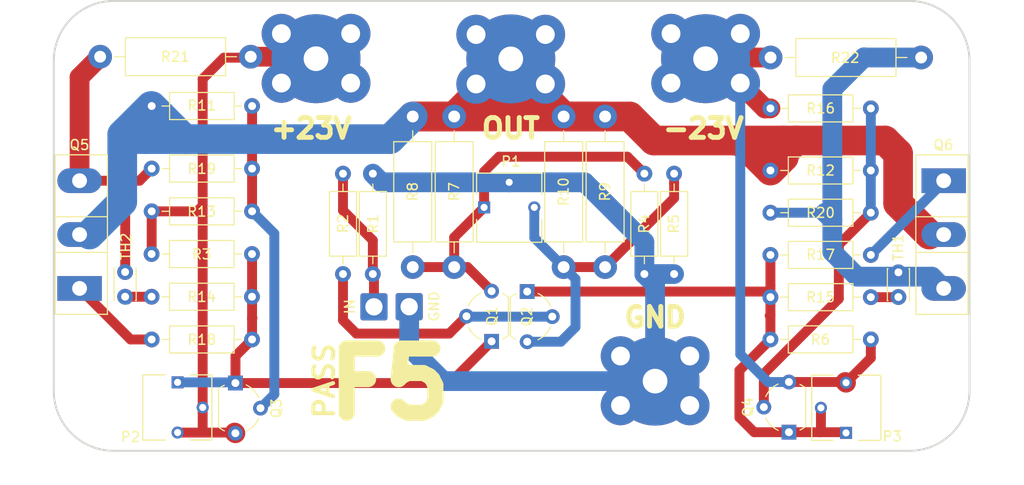
<source format=kicad_pcb>
(kicad_pcb (version 20211014) (generator pcbnew)
  (layers (0 "F.Cu" signal) (31 "B.Cu" signal) (34 "B.Paste" user) (35 "F.Paste" user) (36 "B.SilkS" user "B.Silkscreen") (37 "F.SilkS" user "F.Silkscreen") (38 "B.Mask" user) (39 "F.Mask" user) (44 "Edge.Cuts" user))
  (net 0 "")
  (net 1 "/+23V")
  (net 2 "/-23V")
  (net 3 "/SPKOUT")
  (net 4 "Net-(J4-Pad1)")
  (net 5 "GND")
  (net 6 "Net-(P1-Pad1)")
  (net 7 "Net-(P1-Pad3)")
  (net 8 "Net-(P2-Pad1)")
  (net 9 "Net-(P3-Pad1)")
  (net 10 "/INPUT")
  (net 11 "Net-(Q3-Pad2)")
  (net 12 "Net-(Q4-Pad2)")
  (net 13 "Net-(Q5-Pad1)")
  (net 14 "/Q5_3")
  (net 15 "Net-(Q6-Pad1)")
  (net 16 "/Q6_3")
  (net 17 "Net-(R14-Pad1)")
  (net 18 "Net-(R15-Pad1)")
  (footprint "Custom Library:M4_Screw_Terminal" (layer "F.Cu") (at 127.9348 89.0011)
    (fp_text reference "J5" hide)
    (fp_text value "GND" (at 3.5052 -3.9211 180) (layer "F.SilkS") (effects (font (size 2 2) (thickness 0.5))))
    (pad "1" thru_hole circle locked (at 3.5 2.54) (size 9 9) (drill 2.5) (layers *.Cu *.Mask) (net 5 "GND"))
    (pad "1" thru_hole circle locked (at 7.0104 0) (size 4 4) (drill 1.905) (layers *.Cu *.Mask) (net 5 "GND"))
    (pad "1" thru_hole circle locked (at 0 0) (size 4 4) (drill 1.905) (layers *.Cu *.Mask) (net 5 "GND"))
    (pad "1" thru_hole circle locked (at 7.0104 5.0038) (size 4 4) (drill 1.905) (layers *.Cu *.Mask) (net 5 "GND"))
    (pad "1" thru_hole circle locked (at 0 5.0038) (size 4 4) (drill 1.905) (layers *.Cu *.Mask) (net 5 "GND"))
  )
  (footprint "Custom Library:M4_Screw_Terminal" (layer "F.Cu") (at 93.617931 56.3711)
    (fp_text reference "J1" hide)
    (fp_text value "+23V" (at 3.029515 9.598911) (layer "F.SilkS") (effects (font (size 2 2) (thickness 0.5))))
    (pad "1" thru_hole circle (at 3.5 2.54) (size 9 9) (drill 2.5) (layers *.Cu *.Mask) (net 1 "/+23V"))
    (pad "1" thru_hole circle (at 7.0104 5.0038) (size 4 4) (drill 1.905) (layers *.Cu *.Mask) (net 1 "/+23V"))
    (pad "1" thru_hole circle (at 0 5.0038) (size 4 4) (drill 1.905) (layers *.Cu *.Mask) (net 1 "/+23V"))
    (pad "1" thru_hole circle (at 0 0) (size 4 4) (drill 1.905) (layers *.Cu *.Mask) (net 1 "/+23V"))
    (pad "1" thru_hole circle (at 7.0104 0) (size 4 4) (drill 1.905) (layers *.Cu *.Mask) (net 1 "/+23V"))
  )
  (footprint "Package_TO_SOT_THT:TO-92L_Wide" (layer "F.Cu") (at 144.98 96.71 90)
    (fp_text reference "Q4" (at 2.55 -4.15 90) (layer "F.SilkS"))
    (fp_text value "ZTX450")
    (pad "1" thru_hole rect locked (at 0 0 90) (size 1.5 1.5) (drill 0.8) (layers *.Cu *.Mask) (net 9 "Net-(P3-Pad1)"))
    (pad "2" thru_hole circle locked (at 2.54 -2.54 90) (size 1.5 1.5) (drill 0.8) (layers *.Cu *.Mask) (net 12 "Net-(Q4-Pad2)"))
    (pad "3" thru_hole circle locked (at 5.08 0 90) (size 1.5 1.5) (drill 0.8) (layers *.Cu *.Mask) (net 2 "/-23V"))
  )
  (footprint "MountingHole:MountingHole_2.2mm_M2" (layer "F.Cu") (at 74.62 94.37)
    (fp_text reference "REF**" hide)
    (fp_text value "MountingHole_2.2mm_M2")
    (pad "" np_thru_hole circle locked (at 0 0) (size 2.2 2.2) (drill 2.2) (layers *.Cu *.Mask))
  )
  (footprint "Resistor_THT:R_Axial_DIN0207_L6.3mm_D2.5mm_P10.16mm_Horizontal" (layer "F.Cu") (at 130.35 70.544167 -90)
    (fp_text reference "R4" (at 5.08 0.024765 90) (layer "F.SilkS"))
    (fp_text value "10")
    (pad "1" thru_hole circle locked (at 0 0 270) (size 1.6 1.6) (drill 0.8) (layers *.Cu *.Mask) (net 6 "Net-(P1-Pad1)"))
    (pad "2" thru_hole oval locked (at 10.16 0 270) (size 1.6 1.6) (drill 0.8) (layers *.Cu *.Mask) (net 5 "GND"))
  )
  (footprint "Connector_Wire:SolderWire-1sqmm_1x01_D1.4mm_OD2.7mm" (layer "F.Cu") (at 106.546816 84.008923)
    (fp_text reference "GND" (at 2.52081 -0.028923 90) (layer "F.SilkS"))
    (fp_text value "IN")
    (pad "1" thru_hole roundrect locked (at 0 0) (size 2.75 2.75) (drill 1.75) (layers *.Cu *.Mask) (roundrect_rratio 0.09090909091) (net 5 "GND"))
  )
  (footprint "Resistor_THT:R_Axial_DIN0207_L6.3mm_D2.5mm_P10.16mm_Horizontal" (layer "F.Cu") (at 90.64 78.677992 180)
    (fp_text reference "R3" (at 5.09 -0.034045) (layer "F.SilkS"))
    (fp_text value "2.21k")
    (pad "1" thru_hole circle locked (at 0 0 180) (size 1.6 1.6) (drill 0.8) (layers *.Cu *.Mask) (net 8 "Net-(P2-Pad1)"))
    (pad "2" thru_hole oval locked (at 10.16 0 180) (size 1.6 1.6) (drill 0.8) (layers *.Cu *.Mask) (net 1 "/+23V"))
  )
  (footprint "Resistor_THT:R_Axial_DIN0411_L9.9mm_D3.6mm_P15.24mm_Horizontal" (layer "F.Cu") (at 122.179752 64.76 -90)
    (fp_text reference "R10" (at 7.61 0.01 90) (layer "F.SilkS"))
    (fp_text value "100 3W")
    (pad "1" thru_hole circle locked (at 0 0 270) (size 2.4 2.4) (drill 1.2) (layers *.Cu *.Mask) (net 3 "/SPKOUT"))
    (pad "2" thru_hole oval locked (at 15.24 0 270) (size 2.4 2.4) (drill 1.2) (layers *.Cu *.Mask) (net 7 "Net-(P1-Pad3)"))
  )
  (footprint "Resistor_THT:R_Axial_DIN0207_L6.3mm_D2.5mm_P10.16mm_Horizontal" (layer "F.Cu") (at 102.87 80.704167 90)
    (fp_text reference "R1" (at 5.08 0.024997 90) (layer "F.SilkS"))
    (fp_text value "47.5k")
    (pad "1" thru_hole circle locked (at 0 0 90) (size 1.6 1.6) (drill 0.8) (layers *.Cu *.Mask) (net 4 "Net-(J4-Pad1)"))
    (pad "2" thru_hole oval locked (at 10.16 0 90) (size 1.6 1.6) (drill 0.8) (layers *.Cu *.Mask) (net 5 "GND"))
  )
  (footprint "Resistor_THT:R_Axial_DIN0411_L9.9mm_D3.6mm_P15.24mm_Horizontal" (layer "F.Cu") (at 90.513432 58.71 180)
    (fp_text reference "R21" (at 7.637833 -0.003466) (layer "F.SilkS"))
    (fp_text value ".47 3W")
    (pad "1" thru_hole circle locked (at 0 0 180) (size 2.4 2.4) (drill 1.2) (layers *.Cu *.Mask) (net 1 "/+23V"))
    (pad "2" thru_hole oval locked (at 15.24 0 180) (size 2.4 2.4) (drill 1.2) (layers *.Cu *.Mask) (net 14 "/Q5_3"))
  )
  (footprint "Capacitor_THT:C_Disc_D3.0mm_W2.0mm_P2.50mm" (layer "F.Cu") (at 156.06 83.03 90)
    (fp_text reference "TH1" (at 5.03 -0.02 90) (layer "F.SilkS"))
    (fp_text value "TH 4.7K")
    (pad "1" thru_hole circle locked (at 0 0 90) (size 1.6 1.6) (drill 0.8) (layers *.Cu *.Mask) (net 18 "Net-(R15-Pad1)"))
    (pad "2" thru_hole circle locked (at 2.5 0 90) (size 1.6 1.6) (drill 0.8) (layers *.Cu *.Mask) (net 16 "/Q6_3"))
  )
  (footprint "Resistor_THT:R_Axial_DIN0411_L9.9mm_D3.6mm_P15.24mm_Horizontal" (layer "F.Cu") (at 158.362097 58.79 180)
    (fp_text reference "R22" (at 7.69 -0.03) (layer "F.SilkS"))
    (fp_text value ".47 3W")
    (pad "1" thru_hole circle locked (at 0 0 180) (size 2.4 2.4) (drill 1.2) (layers *.Cu *.Mask) (net 16 "/Q6_3"))
    (pad "2" thru_hole oval locked (at 15.24 0 180) (size 2.4 2.4) (drill 1.2) (layers *.Cu *.Mask) (net 2 "/-23V"))
  )
  (footprint "Custom Library:TRIM_3362P-1-103" (layer "F.Cu") (at 116.67 73.96)
    (fp_text reference "P1" (at 0.17547 -4.64779) (layer "F.SilkS") (effects (font (size 1.002756 1.002756))))
    (fp_text value "200")
    (pad "1" thru_hole rect (at -2.54 0) (size 1.222 1.222) (drill 0.714) (layers *.Cu *.Mask) (net 6 "Net-(P1-Pad1)"))
    (pad "2" thru_hole circle (at 0 -2.54) (size 1.222 1.222) (drill 0.714) (layers *.Cu *.Mask) (net 5 "GND"))
    (pad "3" thru_hole circle (at 2.54 0) (size 1.222 1.222) (drill 0.714) (layers *.Cu *.Mask) (net 7 "Net-(P1-Pad3)"))
  )
  (footprint "Package_TO_SOT_THT:TO-92L_Wide" (layer "F.Cu") (at 118.49 82.475205 -90)
    (fp_text reference "Q2" (at 2.534795 0.02 90) (layer "F.SilkS"))
    (fp_text value "2SJ74")
    (pad "1" thru_hole rect locked (at 0 0 270) (size 1.5 1.5) (drill 0.8) (layers *.Cu *.Mask) (net 9 "Net-(P3-Pad1)"))
    (pad "2" thru_hole circle locked (at 2.54 -2.54 270) (size 1.5 1.5) (drill 0.8) (layers *.Cu *.Mask) (net 10 "/INPUT"))
    (pad "3" thru_hole circle locked (at 5.08 0 270) (size 1.5 1.5) (drill 0.8) (layers *.Cu *.Mask) (net 7 "Net-(P1-Pad3)"))
  )
  (footprint "Resistor_THT:R_Axial_DIN0207_L6.3mm_D2.5mm_P10.16mm_Horizontal" (layer "F.Cu") (at 153.27 63.94 180)
    (fp_text reference "R16" (at 5.08 0) (layer "F.SilkS"))
    (fp_text value "100")
    (pad "1" thru_hole circle locked (at 0 0 180) (size 1.6 1.6) (drill 0.8) (layers *.Cu *.Mask) (net 12 "Net-(Q4-Pad2)"))
    (pad "2" thru_hole oval locked (at 10.16 0 180) (size 1.6 1.6) (drill 0.8) (layers *.Cu *.Mask) (net 2 "/-23V"))
  )
  (footprint "Resistor_THT:R_Axial_DIN0207_L6.3mm_D2.5mm_P10.16mm_Horizontal" (layer "F.Cu") (at 133.36 80.704167 90)
    (fp_text reference "R5" (at 5.08 -0.03 90) (layer "F.SilkS"))
    (fp_text value "10")
    (pad "1" thru_hole circle locked (at 0 0 90) (size 1.6 1.6) (drill 0.8) (layers *.Cu *.Mask) (net 5 "GND"))
    (pad "2" thru_hole oval locked (at 10.16 0 90) (size 1.6 1.6) (drill 0.8) (layers *.Cu *.Mask) (net 7 "Net-(P1-Pad3)"))
  )
  (footprint "Package_TO_SOT_THT:TO-92L_Wide" (layer "F.Cu") (at 88.96 91.736439 -90)
    (fp_text reference "Q3" (at 2.55 -4.15 90) (layer "F.SilkS"))
    (fp_text value "ZTX550")
    (pad "1" thru_hole rect locked (at 0 0 270) (size 1.5 1.5) (drill 0.8) (layers *.Cu *.Mask) (net 8 "Net-(P2-Pad1)"))
    (pad "2" thru_hole circle locked (at 2.54 -2.54 270) (size 1.5 1.5) (drill 0.8) (layers *.Cu *.Mask) (net 11 "Net-(Q3-Pad2)"))
    (pad "3" thru_hole circle locked (at 5.08 0 270) (size 1.5 1.5) (drill 0.8) (layers *.Cu *.Mask) (net 1 "/+23V"))
  )
  (footprint "Resistor_THT:R_Axial_DIN0411_L9.9mm_D3.6mm_P15.24mm_Horizontal" (layer "F.Cu") (at 106.90782 64.76 -90)
    (fp_text reference "R8" (at 7.61 0.01 90) (layer "F.SilkS"))
    (fp_text value "100 3W")
    (pad "1" thru_hole circle locked (at 0 0 270) (size 2.4 2.4) (drill 1.2) (layers *.Cu *.Mask) (net 3 "/SPKOUT"))
    (pad "2" thru_hole oval locked (at 15.24 0 270) (size 2.4 2.4) (drill 1.2) (layers *.Cu *.Mask) (net 6 "Net-(P1-Pad1)"))
  )
  (footprint "Resistor_THT:R_Axial_DIN0207_L6.3mm_D2.5mm_P10.16mm_Horizontal" (layer "F.Cu") (at 80.48 83.001463)
    (fp_text reference "R14" (at 5.07 0.014025) (layer "F.SilkS"))
    (fp_text value "2.2k")
    (pad "1" thru_hole circle locked (at 0 0) (size 1.6 1.6) (drill 0.8) (layers *.Cu *.Mask) (net 17 "Net-(R14-Pad1)"))
    (pad "2" thru_hole oval locked (at 10.16 0) (size 1.6 1.6) (drill 0.8) (layers *.Cu *.Mask) (net 8 "Net-(P2-Pad1)"))
  )
  (footprint "Resistor_THT:R_Axial_DIN0207_L6.3mm_D2.5mm_P10.16mm_Horizontal" (layer "F.Cu") (at 99.85 80.704167 90)
    (fp_text reference "R2" (at 5.11 0.003196 90) (layer "F.SilkS"))
    (fp_text value "4.75K")
    (pad "1" thru_hole circle locked (at 0 0 90) (size 1.6 1.6) (drill 0.8) (layers *.Cu *.Mask) (net 10 "/INPUT"))
    (pad "2" thru_hole oval locked (at 10.16 0 90) (size 1.6 1.6) (drill 0.8) (layers *.Cu *.Mask) (net 4 "Net-(J4-Pad1)"))
  )
  (footprint "Custom Library:TRIM_3362P-1-103" (layer "F.Cu") (at 83.11 94.206439 -90)
    (fp_text reference "P2" (at 2.983561 4.76) (layer "F.SilkS") (effects (font (size 1.002756 1.002756))))
    (fp_text value "5K")
    (pad "1" thru_hole rect locked (at -2.54 0 270) (size 1.222 1.222) (drill 0.714) (layers *.Cu *.Mask) (net 8 "Net-(P2-Pad1)"))
    (pad "2" thru_hole circle locked (at 0 -2.54 270) (size 1.222 1.222) (drill 0.714) (layers *.Cu *.Mask) (net 1 "/+23V"))
    (pad "3" thru_hole circle locked (at 2.54 0 270) (size 1.222 1.222) (drill 0.714) (layers *.Cu *.Mask) (net 1 "/+23V"))
  )
  (footprint "Package_TO_SOT_THT:TO-247-3_Vertical" (layer "F.Cu") (at 160.642908 71.259143 -90)
    (fp_text reference "Q6" (at -3.619143 0.022908 180) (layer "F.SilkS"))
    (fp_text value "IRFP240")
    (pad "1" thru_hole rect locked (at 0 0 270) (size 2.5 4.5) (drill 1.5) (layers *.Cu *.Mask) (net 15 "Net-(Q6-Pad1)"))
    (pad "2" thru_hole oval locked (at 5.45 0 270) (size 2.5 4.5) (drill 1.5) (layers *.Cu *.Mask) (net 3 "/SPKOUT"))
    (pad "3" thru_hole oval locked (at 10.9 0 270) (size 2.5 4.5) (drill 1.5) (layers *.Cu *.Mask) (net 16 "/Q6_3"))
  )
  (footprint "Package_TO_SOT_THT:TO-247-3_Vertical" (layer "F.Cu") (at 73.19 82.159143 90)
    (fp_text reference "Q5" (at 14.519143 -0.01 180) (layer "F.SilkS"))
    (fp_text value "IRFP9240")
    (pad "1" thru_hole rect locked (at 0 0 90) (size 2.5 4.5) (drill 1.5) (layers *.Cu *.Mask) (net 13 "Net-(Q5-Pad1)"))
    (pad "2" thru_hole oval locked (at 5.45 0 90) (size 2.5 4.5) (drill 1.5) (layers *.Cu *.Mask) (net 3 "/SPKOUT"))
    (pad "3" thru_hole oval locked (at 10.9 0 90) (size 2.5 4.5) (drill 1.5) (layers *.Cu *.Mask) (net 14 "/Q5_3"))
  )
  (footprint "Connector_Wire:SolderWire-1sqmm_1x01_D1.4mm_OD2.7mm" (layer "F.Cu") (at 102.984332 84.022966)
    (fp_text reference "IN" (at -2.44667 -0.022966 270) (layer "F.SilkS"))
    (fp_text value "IN")
    (pad "1" thru_hole roundrect locked (at 0 0) (size 2.75 2.75) (drill 1.75) (layers *.Cu *.Mask) (roundrect_rratio 0.09090909091) (net 4 "Net-(J4-Pad1)"))
  )
  (footprint "Resistor_THT:R_Axial_DIN0411_L9.9mm_D3.6mm_P15.24mm_Horizontal" (layer "F.Cu") (at 126.375833 64.76 -90)
    (fp_text reference "R9" (at 7.61 0.01 90) (layer "F.SilkS"))
    (fp_text value "100 3W")
    (pad "1" thru_hole circle locked (at 0 0 270) (size 2.4 2.4) (drill 1.2) (layers *.Cu *.Mask) (net 3 "/SPKOUT"))
    (pad "2" thru_hole oval locked (at 15.24 0 270) (size 2.4 2.4) (drill 1.2) (layers *.Cu *.Mask) (net 7 "Net-(P1-Pad3)"))
  )
  (footprint "Resistor_THT:R_Axial_DIN0207_L6.3mm_D2.5mm_P10.16mm_Horizontal" (layer "F.Cu") (at 143.107426 87.317357)
    (fp_text reference "R6" (at 5.06 0.025172) (layer "F.SilkS"))
    (fp_text value "2.21K")
    (pad "1" thru_hole circle locked (at 0 0) (size 1.6 1.6) (drill 0.8) (layers *.Cu *.Mask) (net 9 "Net-(P3-Pad1)"))
    (pad "2" thru_hole oval locked (at 10.16 0) (size 1.6 1.6) (drill 0.8) (layers *.Cu *.Mask) (net 2 "/-23V"))
  )
  (footprint "Resistor_THT:R_Axial_DIN0207_L6.3mm_D2.5mm_P10.16mm_Horizontal" (layer "F.Cu") (at 143.107426 70.223471)
    (fp_text reference "R12" (at 5.07 0) (layer "F.SilkS"))
    (fp_text value "10K")
    (pad "1" thru_hole circle locked (at 0 0) (size 1.6 1.6) (drill 0.8) (layers *.Cu *.Mask) (net 3 "/SPKOUT"))
    (pad "2" thru_hole oval locked (at 10.16 0) (size 1.6 1.6) (drill 0.8) (layers *.Cu *.Mask) (net 12 "Net-(Q4-Pad2)"))
  )
  (footprint "Custom Library:M4_Screw_Terminal" (layer "F.Cu") (at 120.33 61.47 180)
    (fp_text reference "J3" hide)
    (fp_text value "OUT" (at 3.5 -4.500011 180) (layer "F.SilkS") (effects (font (size 2 2) (thickness 0.5))))
    (pad "1" thru_hole circle locked (at 7.0104 5.0038 180) (size 4 4) (drill 1.905) (layers *.Cu *.Mask) (net 3 "/SPKOUT"))
    (pad "1" thru_hole circle locked (at 0 5.0038 180) (size 4 4) (drill 1.905) (layers *.Cu *.Mask) (net 3 "/SPKOUT"))
    (pad "1" thru_hole circle locked (at 7.0104 0 180) (size 4 4) (drill 1.905) (layers *.Cu *.Mask) (net 3 "/SPKOUT"))
    (pad "1" thru_hole circle locked (at 0 0 180) (size 4 4) (drill 1.905) (layers *.Cu *.Mask) (net 3 "/SPKOUT"))
    (pad "1" thru_hole circle locked (at 3.5 2.54 180) (size 9 9) (drill 2.5) (layers *.Cu *.Mask) (net 3 "/SPKOUT"))
  )
  (footprint "Resistor_THT:R_Axial_DIN0207_L6.3mm_D2.5mm_P10.16mm_Horizontal" (layer "F.Cu") (at 80.488607 70.03105)
    (fp_text reference "R19" (at 5.07 0.02662) (layer "F.SilkS"))
    (fp_text value "1K")
    (pad "1" thru_hole circle locked (at 0 0) (size 1.6 1.6) (drill 0.8) (layers *.Cu *.Mask) (net 14 "/Q5_3"))
    (pad "2" thru_hole oval locked (at 10.16 0) (size 1.6 1.6) (drill 0.8) (layers *.Cu *.Mask) (net 11 "Net-(Q3-Pad2)"))
  )
  (footprint "MountingHole:MountingHole_2.2mm_M2" (layer "F.Cu") (at 159.3 94.37)
    (fp_text reference "REF**" hide)
    (fp_text value "MountingHole_2.2mm_M2")
    (pad "" np_thru_hole circle locked (at 0 0) (size 2.2 2.2) (drill 2.2) (layers *.Cu *.Mask))
  )
  (footprint "Resistor_THT:R_Axial_DIN0207_L6.3mm_D2.5mm_P10.16mm_Horizontal" (layer "F.Cu") (at 90.648607 74.354521 180)
    (fp_text reference "R13" (at 5.104909 -0.028858) (layer "F.SilkS"))
    (fp_text value "100")
    (pad "1" thru_hole circle locked (at 0 0 180) (size 1.6 1.6) (drill 0.8) (layers *.Cu *.Mask) (net 11 "Net-(Q3-Pad2)"))
    (pad "2" thru_hole oval locked (at 10.16 0 180) (size 1.6 1.6) (drill 0.8) (layers *.Cu *.Mask) (net 1 "/+23V"))
  )
  (footprint "Resistor_THT:R_Axial_DIN0207_L6.3mm_D2.5mm_P10.16mm_Horizontal" (layer "F.Cu") (at 90.651233 63.7 180)
    (fp_text reference "R11" (at 5.09 0.053796) (layer "F.SilkS"))
    (fp_text value "10K")
    (pad "1" thru_hole circle locked (at 0 0 180) (size 1.6 1.6) (drill 0.8) (layers *.Cu *.Mask) (net 11 "Net-(Q3-Pad2)"))
    (pad "2" thru_hole oval locked (at 10.16 0 180) (size 1.6 1.6) (drill 0.8) (layers *.Cu *.Mask) (net 3 "/SPKOUT"))
  )
  (footprint "Capacitor_THT:C_Disc_D3.0mm_W2.0mm_P2.50mm" (layer "F.Cu") (at 77.8 83 90)
    (fp_text reference "TH2" (at 5.09 0.1 90) (layer "F.SilkS"))
    (fp_text value "TH 4.7K")
    (pad "1" thru_hole circle locked (at 0 0 90) (size 1.6 1.6) (drill 0.8) (layers *.Cu *.Mask) (net 17 "Net-(R14-Pad1)"))
    (pad "2" thru_hole circle locked (at 2.5 0 90) (size 1.6 1.6) (drill 0.8) (layers *.Cu *.Mask) (net 14 "/Q5_3"))
  )
  (footprint "Resistor_THT:R_Axial_DIN0207_L6.3mm_D2.5mm_P10.16mm_Horizontal" (layer "F.Cu") (at 153.267426 83.043884 180)
    (fp_text reference "R15" (at 5.09 -0.01) (layer "F.SilkS"))
    (fp_text value "2.2k")
    (pad "1" thru_hole circle locked (at 0 0 180) (size 1.6 1.6) (drill 0.8) (layers *.Cu *.Mask) (net 18 "Net-(R15-Pad1)"))
    (pad "2" thru_hole oval locked (at 10.16 0 180) (size 1.6 1.6) (drill 0.8) (layers *.Cu *.Mask) (net 9 "Net-(P3-Pad1)"))
  )
  (footprint "Package_TO_SOT_THT:TO-92L_Wide" (layer "F.Cu") (at 114.89 87.515205 90)
    (fp_text reference "Q1" (at 2.565205 0.05 90) (layer "F.SilkS"))
    (fp_text value "2SK170")
    (pad "1" thru_hole rect locked (at 0 0 90) (size 1.5 1.5) (drill 0.8) (layers *.Cu *.Mask) (net 8 "Net-(P2-Pad1)"))
    (pad "2" thru_hole circle locked (at 2.54 -2.54 90) (size 1.5 1.5) (drill 0.8) (layers *.Cu *.Mask) (net 10 "/INPUT"))
    (pad "3" thru_hole circle locked (at 5.08 0 90) (size 1.5 1.5) (drill 0.8) (layers *.Cu *.Mask) (net 6 "Net-(P1-Pad1)"))
  )
  (footprint "Custom Library:M4_Screw_Terminal" (layer "F.Cu") (at 133.04647 56.3711)
    (fp_text reference "J2" hide)
    (fp_text value "-23V" (at 3.28353 9.598911) (layer "F.SilkS") (effects (font (size 2 2) (thickness 0.5))))
    (pad "1" thru_hole circle (at 0 0) (size 4 4) (drill 1.905) (layers *.Cu *.Mask) (net 2 "/-23V"))
    (pad "1" thru_hole circle (at 0 5.0038) (size 4 4) (drill 1.905) (layers *.Cu *.Mask) (net 2 "/-23V"))
    (pad "1" thru_hole circle (at 3.5 2.54) (size 9 9) (drill 2.5) (layers *.Cu *.Mask) (net 2 "/-23V"))
    (pad "1" thru_hole circle (at 7.0104 0) (size 4 4) (drill 1.905) (layers *.Cu *.Mask) (net 2 "/-23V"))
    (pad "1" thru_hole circle (at 7.0104 5.0038) (size 4 4) (drill 1.905) (layers *.Cu *.Mask) (net 2 "/-23V"))
  )
  (footprint "Resistor_THT:R_Axial_DIN0207_L6.3mm_D2.5mm_P10.16mm_Horizontal" (layer "F.Cu") (at 143.107426 74.496942)
    (fp_text reference "R20" (at 5.07 0.01) (layer "F.SilkS"))
    (fp_text value "1K")
    (pad "1" thru_hole circle locked (at 0 0) (size 1.6 1.6) (drill 0.8) (layers *.Cu *.Mask) (net 16 "/Q6_3"))
    (pad "2" thru_hole oval locked (at 10.16 0) (size 1.6 1.6) (drill 0.8) (layers *.Cu *.Mask) (net 12 "Net-(Q4-Pad2)"))
  )
  (footprint "MountingHole:MountingHole_2.2mm_M2" (layer "F.Cu") (at 106.973965 58.96)
    (fp_text reference "REF**" hide)
    (fp_text value "MountingHole_2.2mm_M2")
    (pad "" np_thru_hole circle locked (at 0 0) (size 2.2 2.2) (drill 2.2) (layers *.Cu *.Mask))
  )
  (footprint "Resistor_THT:R_Axial_DIN0207_L6.3mm_D2.5mm_P10.16mm_Horizontal" (layer "F.Cu") (at 153.267426 78.770413 180)
    (fp_text reference "R17" (at 5.08 0.03) (layer "F.SilkS"))
    (fp_text value "100")
    (pad "1" thru_hole circle locked (at 0 0 180) (size 1.6 1.6) (drill 0.8) (layers *.Cu *.Mask) (net 15 "Net-(Q6-Pad1)"))
    (pad "2" thru_hole oval locked (at 10.16 0 180) (size 1.6 1.6) (drill 0.8) (layers *.Cu *.Mask) (net 9 "Net-(P3-Pad1)"))
  )
  (footprint "MountingHole:MountingHole_2.2mm_M2" (layer "F.Cu") (at 126.688235 58.96)
    (fp_text reference "REF**" hide)
    (fp_text value "MountingHole_2.2mm_M2")
    (pad "" np_thru_hole circle locked (at 0 0) (size 2.2 2.2) (drill 2.2) (layers *.Cu *.Mask))
  )
  (footprint "Custom Library:TRIM_3362P-1-103" (layer "F.Cu") (at 150.76 94.24 90)
    (fp_text reference "P3" (at -2.89 4.67) (layer "F.SilkS") (effects (font (size 1.002756 1.002756))))
    (fp_text value "5k")
    (pad "1" thru_hole rect (at -2.54 0 90) (size 1.222 1.222) (drill 0.714) (layers *.Cu *.Mask) (net 9 "Net-(P3-Pad1)"))
    (pad "2" thru_hole circle (at 0 -2.54 90) (size 1.222 1.222) (drill 0.714) (layers *.Cu *.Mask) (net 9 "Net-(P3-Pad1)"))
    (pad "3" thru_hole circle (at 2.54 0 90) (size 1.222 1.222) (drill 0.714) (layers *.Cu *.Mask) (net 2 "/-23V"))
  )
  (footprint "Resistor_THT:R_Axial_DIN0411_L9.9mm_D3.6mm_P15.24mm_Horizontal" (layer "F.Cu") (at 111.103902 64.76 -90)
    (fp_text reference "R7" (at 7.61 0.01 90) (layer "F.SilkS"))
    (fp_text value "100 3W")
    (pad "1" thru_hole circle locked (at 0 0 270) (size 2.4 2.4) (drill 1.2) (layers *.Cu *.Mask) (net 3 "/SPKOUT"))
    (pad "2" thru_hole oval locked (at 15.24 0 270) (size 2.4 2.4) (drill 1.2) (layers *.Cu *.Mask) (net 6 "Net-(P1-Pad1)"))
  )
  (footprint "Resistor_THT:R_Axial_DIN0207_L6.3mm_D2.5mm_P10.16mm_Horizontal" (layer "F.Cu") (at 80.488607 87.324936)
    (fp_text reference "R18" (at 5.07 0.02662) (layer "F.SilkS"))
    (fp_text value "100")
    (pad "1" thru_hole circle locked (at 0 0) (size 1.6 1.6) (drill 0.8) (layers *.Cu *.Mask) (net 13 "Net-(Q5-Pad1)"))
    (pad "2" thru_hole oval locked (at 10.16 0) (size 1.6 1.6) (drill 0.8) (layers *.Cu *.Mask) (net 8 "Net-(P2-Pad1)"))
  )
  (gr_arc (start 76.64 98.59) (mid 72.354933 96.815067) (end 70.58 92.53) (layer "Edge.Cuts") (width 0.2))
  (gr_arc (start 163.25 92.53) (mid 161.475067 96.815067) (end 157.19 98.59) (layer "Edge.Cuts") (width 0.2))
  (gr_line (start 157.19 53.07) (end 76.64 53.07) (layer "Edge.Cuts") (width 0.2))
  (gr_arc (start 157.19 53.07) (mid 161.475067 54.844933) (end 163.25 59.13) (layer "Edge.Cuts") (width 0.2))
  (gr_line (start 163.26 92.53) (end 163.25 59.13) (layer "Edge.Cuts") (width 0.2))
  (gr_line locked (start 76.64 98.59) (end 157.19 98.59) (layer "Edge.Cuts") (width 0.2))
  (gr_line (start 70.58 59.14) (end 70.58 92.52) (layer "Edge.Cuts") (width 0.2))
  (gr_arc (start 70.58 59.13) (mid 72.354933 54.844933) (end 76.64 53.07) (layer "Edge.Cuts") (width 0.2))
  (gr_text "F5" (at 104.559727 91.82) (layer "F.SilkS") (effects (font (size 6.5 6.5) (thickness 1.625))))
  (gr_text "PASS" (at 97.95 91.5 90) (layer "F.SilkS") (effects (font (size 2 2) (thickness 0.4))))
  (segment (start 99.927383 58.8081) (end 100.128483 59.0092) (width 2) (layer "F.Cu") (net 1))
  (segment (start 80.488607 74.354521) (end 80.488607 78.669385) (width 1) (layer "F.Cu") (net 1))
  (segment (start 85.65 83.57) (end 85.65 73.79) (width 1) (layer "F.Cu") (net 1))
  (segment (start 85.746439 96.746439) (end 85.65 96.65) (width 1) (layer "F.Cu") (net 1))
  (segment (start 96.916831 58.71) (end 97.117931 58.9111) (width 2) (layer "F.Cu") (net 1))
  (segment (start 80.488607 78.669385) (end 80.48 78.677992) (width 1) (layer "F.Cu") (net 1))
  (segment (start 88.89 96.746439) (end 88.96 96.816439) (width 2) (layer "F.Cu") (net 1))
  (segment (start 83.11 96.746439) (end 85.746439 96.746439) (width 1) (layer "F.Cu") (net 1))
  (segment (start 85.65 60.95) (end 87.7919 58.8081) (width 1) (layer "F.Cu") (net 1))
  (segment (start 85.65 88.162856) (end 85.65 94.206439) (width 1) (layer "F.Cu") (net 1))
  (segment (start 85.08 74.36) (end 85.65 73.79) (width 1) (layer "F.Cu") (net 1))
  (segment (start 85.65 88.162856) (end 85.65 83.57) (width 1) (layer "F.Cu") (net 1))
  (segment (start 87.7919 58.8081) (end 90.400301 58.8081) (width 1) (layer "F.Cu") (net 1))
  (segment (start 85.65 73.79) (end 85.65 60.95) (width 1) (layer "F.Cu") (net 1))
  (segment (start 85.65 96.65) (end 85.65 94.206439) (width 1) (layer "F.Cu") (net 1))
  (segment (start 85.699814 94.256253) (end 85.65 94.206439) (width 1) (layer "F.Cu") (net 1))
  (segment (start 90.513432 58.71) (end 96.916831 58.71) (width 2) (layer "F.Cu") (net 1))
  (segment (start 80.488607 74.36) (end 85.08 74.36) (width 1) (layer "F.Cu") (net 1))
  (segment (start 85.746439 96.746439) (end 88.89 96.746439) (width 1) (layer "F.Cu") (net 1))
  (segment (start 143.122097 58.79) (end 141.53 58.79) (width 2) (layer "F.Cu") (net 2))
  (segment (start 141.53 58.79) (end 136.74757 58.79) (width 2) (layer "F.Cu") (net 2))
  (segment (start 144.98 91.63) (end 150.69 91.63) (width 1) (layer "F.Cu") (net 2))
  (segment (start 143.11 63.94) (end 142.54197 63.94) (width 2) (layer "F.Cu") (net 2))
  (segment (start 136.74757 58.79) (end 136.54647 58.9911) (width 2) (layer "F.Cu") (net 2))
  (segment (start 153.267426 87.317357) (end 153.267426 89.192574) (width 1) (layer "F.Cu") (net 2))
  (segment (start 150.69 91.63) (end 150.76 91.7) (width 2) (layer "F.Cu") (net 2))
  (segment (start 153.267426 89.192574) (end 150.76 91.7) (width 1) (layer "F.Cu") (net 2))
  (segment (start 135.659204 58.8081) (end 135.458104 59.0092) (width 2) (layer "F.Cu") (net 2))
  (segment (start 142.54197 63.94) (end 140.05687 61.4549) (width 2) (layer "F.Cu") (net 2))
  (segment (start 142.86 91.63) (end 144.98 91.63) (width 1) (layer "B.Cu") (net 2))
  (segment (start 140.05687 88.82687) (end 140.05687 61.3749) (width 1) (layer "B.Cu") (net 2))
  (segment (start 142.86 91.63) (end 140.05687 88.82687) (width 1) (layer "B.Cu") (net 2))
  (segment (start 116.6096 64.76) (end 117.04 64.76) (width 3) (layer "F.Cu") (net 3))
  (segment (start 113.3196 62.544302) (end 111.103902 64.76) (width 3) (layer "F.Cu") (net 3))
  (segment (start 120.33 61.47) (end 120.33 62.910248) (width 3) (layer "F.Cu") (net 3))
  (segment (start 126.375833 64.76) (end 128.87 64.76) (width 3) (layer "F.Cu") (net 3))
  (segment (start 128.87 64.76) (end 131.3 67.19) (width 3) (layer "F.Cu") (net 3))
  (segment (start 113.3196 61.47) (end 116.6096 64.76) (width 3) (layer "F.Cu") (net 3))
  (segment (start 139.36 67.19) (end 139.7 67.19) (width 3) (layer "F.Cu") (net 3))
  (segment (start 143.107426 70.223471) (end 140.073955 67.19) (width 3) (layer "F.Cu") (net 3))
  (segment (start 145.69 67.19) (end 154.71 67.19) (width 3) (layer "F.Cu") (net 3))
  (segment (start 120.33 62.910248) (end 122.179752 64.76) (width 3) (layer "F.Cu") (net 3))
  (segment (start 113.3196 61.47) (end 113.3196 62.544302) (width 3) (layer "F.Cu") (net 3))
  (segment (start 156.03 68.51) (end 156.03 73.56) (width 3) (layer "F.Cu") (net 3))
  (segment (start 116.09 64.76) (end 126.375833 64.76) (width 3) (layer "F.Cu") (net 3))
  (segment (start 145.69 67.640897) (end 145.69 67.19) (width 2) (layer "F.Cu") (net 3))
  (segment (start 143.107426 70.223471) (end 144.46 68.870897) (width 3) (layer "F.Cu") (net 3))
  (segment (start 140.073955 67.19) (end 139.7 67.19) (width 3) (layer "F.Cu") (net 3))
  (segment (start 140.073955 67.19) (end 139.36 67.19) (width 2) (layer "F.Cu") (net 3))
  (segment (start 139.7 67.19) (end 144.42 67.19) (width 3) (layer "F.Cu") (net 3))
  (segment (start 106.90782 64.76) (end 111.103902 64.76) (width 3) (layer "F.Cu") (net 3))
  (segment (start 156.03 73.56) (end 159.179143 76.709143) (width 3) (layer "F.Cu") (net 3))
  (segment (start 120.33 61.47) (end 117.04 64.76) (width 3) (layer "F.Cu") (net 3))
  (segment (start 144.46 68.870897) (end 144.46 68.42) (width 3) (layer "F.Cu") (net 3))
  (segment (start 131.3 67.19) (end 139.36 67.19) (width 3) (layer "F.Cu") (net 3))
  (segment (start 117.04 64.76) (end 116.09 64.76) (width 3) (layer "F.Cu") (net 3))
  (segment (start 144.46 68.42) (end 145.69 67.19) (width 3) (layer "F.Cu") (net 3))
  (segment (start 154.71 67.19) (end 156.03 68.51) (width 3) (layer "F.Cu") (net 3))
  (segment (start 144.42 67.19) (end 145.69 67.19) (width 3) (layer "F.Cu") (net 3))
  (segment (start 106.90782 64.76) (end 116.09 64.76) (width 3) (layer "F.Cu") (net 3))
  (segment (start 126.375833 64.76) (end 122.179752 64.76) (width 3) (layer "F.Cu") (net 3))
  (segment (start 104.61782 67.05) (end 84.09 67.05) (width 3) (layer "B.Cu") (net 3))
  (segment (start 84.09 67.05) (end 79.93 67.05) (width 3) (layer "B.Cu") (net 3))
  (segment (start 78.535003 67.05) (end 77.795003 66.31) (width 3) (layer "B.Cu") (net 3))
  (segment (start 77.51 73.39) (end 77.51 66.595003) (width 3) (layer "B.Cu") (net 3))
  (segment (start 106.90782 64.76) (end 104.61782 67.05) (width 3) (layer "B.Cu") (net 3))
  (segment (start 77.795003 66.31) (end 77.51 66.595003) (width 3) (layer "B.Cu") (net 3))
  (segment (start 79.93 67.05) (end 78.535003 67.05) (width 3) (layer "B.Cu") (net 3))
  (segment (start 80.491233 66.488767) (end 79.93 67.05) (width 2) (layer "B.Cu") (net 3))
  (segment (start 83.841233 67.05) (end 84.09 67.05) (width 2) (layer "B.Cu") (net 3))
  (segment (start 80.491233 63.7) (end 80.491233 66.488767) (width 2) (layer "B.Cu") (net 3))
  (segment (start 73.19 76.709143) (end 74.190857 76.709143) (width 2) (layer "B.Cu") (net 3))
  (segment (start 77.51 66.595003) (end 80.401181 63.703822) (width 3) (layer "B.Cu") (net 3))
  (segment (start 80.491233 63.7) (end 83.841233 67.05) (width 3) (layer "B.Cu") (net 3))
  (segment (start 74.190857 76.709143) (end 77.51 73.39) (width 3) (layer "B.Cu") (net 3))
  (segment (start 99.85 70.544167) (end 99.85 74.27) (width 1) (layer "F.Cu") (net 4))
  (segment (start 102.984332 84.022966) (end 102.984332 80.818499) (width 1) (layer "F.Cu") (net 4))
  (segment (start 102.87 77.29) (end 102.87 80.704167) (width 1) (layer "F.Cu") (net 4))
  (segment (start 102.984332 80.818499) (end 102.87 80.704167) (width 1) (layer "F.Cu") (net 4))
  (segment (start 99.85 74.27) (end 102.87 77.29) (width 1) (layer "F.Cu") (net 4))
  (segment (start 103.745833 71.42) (end 102.87 70.544167) (width 2) (layer "B.Cu") (net 5))
  (segment (start 116.67 71.42) (end 103.745833 71.42) (width 2) (layer "B.Cu") (net 5))
  (segment (start 109.9911 91.5411) (end 131.4348 91.5411) (width 2) (layer "B.Cu") (net 5))
  (segment (start 130.35 80.704167) (end 133.36 80.704167) (width 2) (layer "B.Cu") (net 5))
  (segment (start 131.4348 91.5411) (end 131.4348 81.788967) (width 2) (layer "B.Cu") (net 5))
  (segment (start 130.35 77.46) (end 124.31 71.42) (width 2) (layer "B.Cu") (net 5))
  (segment (start 106.546816 84.008923) (end 106.546816 88.096816) (width 2) (layer "B.Cu") (net 5))
  (segment (start 130.35 80.704167) (end 130.35 77.46) (width 2) (layer "B.Cu") (net 5))
  (segment (start 131.4348 81.788967) (end 130.35 80.704167) (width 2) (layer "B.Cu") (net 5))
  (segment (start 124.31 71.42) (end 116.67 71.42) (width 2) (layer "B.Cu") (net 5))
  (segment (start 106.546816 88.096816) (end 109.9911 91.5411) (width 2) (layer "B.Cu") (net 5))
  (segment (start 128.635833 68.83) (end 115.64 68.83) (width 1) (layer "F.Cu") (net 6))
  (segment (start 111.103902 76.986098) (end 114.13 73.96) (width 1) (layer "F.Cu") (net 6))
  (segment (start 112.454795 80) (end 114.89 82.435205) (width 1) (layer "F.Cu") (net 6))
  (segment (start 115.64 68.83) (end 114.13 70.34) (width 1) (layer "F.Cu") (net 6))
  (segment (start 130.35 70.544167) (end 130.344167 70.544167) (width 1) (layer "F.Cu") (net 6))
  (segment (start 111.103902 80) (end 106.90782 80) (width 1) (layer "F.Cu") (net 6))
  (segment (start 114.13 70.34) (end 114.13 73.96) (width 1) (layer "F.Cu") (net 6))
  (segment (start 111.103902 80) (end 111.103902 76.986098) (width 1) (layer "F.Cu") (net 6))
  (segment (start 111.103902 80) (end 112.454795 80) (width 1) (layer "F.Cu") (net 6))
  (segment (start 130.35 70.544167) (end 128.635833 68.83) (width 1) (layer "F.Cu") (net 6))
  (segment (start 122.179752 80) (end 126.375833 80) (width 1) (layer "F.Cu") (net 7))
  (segment (start 133.36 73.015833) (end 133.36 71.51) (width 1) (layer "F.Cu") (net 7))
  (segment (start 133.36 71.51) (end 133.36 70.544167) (width 1) (layer "F.Cu") (net 7))
  (segment (start 126.375833 80) (end 133.36 73.015833) (width 1) (layer "F.Cu") (net 7))
  (segment (start 123.379752 86.070248) (end 123.379752 81.2) (width 1) (layer "B.Cu") (net 7))
  (segment (start 119.21 77.030248) (end 122.179752 80) (width 1) (layer "B.Cu") (net 7))
  (segment (start 123.379752 81.2) (end 122.179752 80) (width 1) (layer "B.Cu") (net 7))
  (segment (start 121.894795 87.555205) (end 123.379752 86.070248) (width 1) (layer "B.Cu") (net 7))
  (segment (start 119.21 73.96) (end 119.21 77.030248) (width 1) (layer "B.Cu") (net 7))
  (segment (start 118.49 87.555205) (end 121.894795 87.555205) (width 1) (layer "B.Cu") (net 7))
  (segment (start 90.69 85.15) (end 90.648607 85.191393) (width 1) (layer "F.Cu") (net 8))
  (segment (start 90.838876 87.515205) (end 90.648607 87.324936) (width 1) (layer "F.Cu") (net 8))
  (segment (start 110.668766 91.736439) (end 114.89 87.515205) (width 1) (layer "F.Cu") (net 8))
  (segment (start 90.648607 83.001463) (end 90.648607 78.75) (width 1) (layer "F.Cu") (net 8))
  (segment (start 88.97 89.003543) (end 90.648607 87.324936) (width 1) (layer "F.Cu") (net 8))
  (segment (start 88.97 91.14) (end 88.97 89.003543) (width 1) (layer "F.Cu") (net 8))
  (segment (start 90.648607 83.001463) (end 90.648607 85.191393) (width 1) (layer "F.Cu") (net 8))
  (segment (start 88.96 91.736439) (end 110.668766 91.736439) (width 1) (layer "F.Cu") (net 8))
  (segment (start 90.648607 85.191393) (end 90.648607 87.324936) (width 1) (layer "F.Cu") (net 8))
  (segment (start 83.11 91.666439) (end 88.89 91.666439) (width 1) (layer "B.Cu") (net 8))
  (segment (start 88.89 91.666439) (end 88.96 91.736439) (width 1) (layer "B.Cu") (net 8))
  (segment (start 148.22 96.63) (end 148.22 94.24) (width 1) (layer "F.Cu") (net 9))
  (segment (start 144.98 96.71) (end 148.14 96.71) (width 1) (layer "F.Cu") (net 9))
  (segment (start 143.107426 84.842574) (end 143.107426 87.317357) (width 1) (layer "F.Cu") (net 9))
  (segment (start 118.49 82.475205) (end 142.499647 82.475205) (width 1) (layer "F.Cu") (net 9))
  (segment (start 144.98 96.71) (end 141.46 96.71) (width 1) (layer "F.Cu") (net 9))
  (segment (start 143.107426 78.770413) (end 143.107426 81.867426) (width 1) (layer "F.Cu") (net 9))
  (segment (start 141.46 96.71) (end 139.97 95.22) (width 1) (layer "F.Cu") (net 9))
  (segment (start 143.107426 87.317357) (end 142.572392 87.852392) (width 1) (layer "F.Cu") (net 9))
  (segment (start 148.14 96.71) (end 150.69 96.71) (width 1) (layer "F.Cu") (net 9))
  (segment (start 143.107426 81.867426) (end 143.107426 84.842574) (width 1) (layer "F.Cu") (net 9))
  (segment (start 142.572392 87.852392) (end 139.97 90.454783) (width 1) (layer "F.Cu") (net 9))
  (segment (start 150.69 96.71) (end 150.76 96.78) (width 1) (layer "F.Cu") (net 9))
  (segment (start 143.03 84.92) (end 143.107426 84.842574) (width 1) (layer "F.Cu") (net 9))
  (segment (start 139.97 95.22) (end 139.97 90.62) (width 1) (layer "F.Cu") (net 9))
  (segment (start 139.97 90.454783) (end 139.97 90.62) (width 1) (layer "F.Cu") (net 9))
  (segment (start 142.134784 88.29) (end 142.572392 87.852392) (width 1) (layer "F.Cu") (net 9))
  (segment (start 148.14 96.71) (end 148.22 96.63) (width 1) (layer "F.Cu") (net 9))
  (segment (start 99.85 80.704167) (end 99.85 85.38) (width 1) (layer "F.Cu") (net 10))
  (segment (start 110.595205 86.73) (end 112.35 84.975205) (width 1) (layer "F.Cu") (net 10))
  (segment (start 101.2 86.73) (end 110.595205 86.73) (width 1) (layer "F.Cu") (net 10))
  (segment (start 99.85 85.38) (end 101.2 86.73) (width 1) (layer "F.Cu") (net 10))
  (segment (start 121.03 85.015205) (end 112.39 85.015205) (width 1) (layer "B.Cu") (net 10))
  (segment (start 90.651233 65.704953) (end 90.651233 63.7) (width 1) (layer "F.Cu") (net 11))
  (segment (start 90.648607 65.707579) (end 90.651233 65.704953) (width 1) (layer "F.Cu") (net 11))
  (segment (start 90.648607 70.03105) (end 90.648607 74.36) (width 1) (layer "F.Cu") (net 11))
  (segment (start 90.648607 65.707579) (end 90.648607 70.03105) (width 1) (layer "F.Cu") (net 11))
  (segment (start 91.5 94.276439) (end 92.82322 92.95322) (width 1) (layer "B.Cu") (net 11))
  (segment (start 90.648607 74.354521) (end 92.9 76.605914) (width 1) (layer "B.Cu") (net 11))
  (segment (start 92.9 76.605914) (end 92.9 92.87644) (width 1) (layer "B.Cu") (net 11))
  (segment (start 92.9 92.87644) (end 92.82322 92.95322) (width 1) (layer "B.Cu") (net 11))
  (segment (start 142.44 94.17) (end 142.44 90.79) (width 1) (layer "F.Cu") (net 12))
  (segment (start 150.03 77.734368) (end 153.267426 74.496942) (width 1) (layer "F.Cu") (net 12))
  (segment (start 150.03 83.2) (end 150.03 78.09) (width 1) (layer "F.Cu") (net 12))
  (segment (start 142.44 90.79) (end 149.93 83.3) (width 1) (layer "F.Cu") (net 12))
  (segment (start 150.03 78.09) (end 150.03 77.734368) (width 1) (layer "F.Cu") (net 12))
  (segment (start 149.93 83.3) (end 150.03 83.2) (width 1) (layer "F.Cu") (net 12))
  (segment (start 153.27 65.947426) (end 153.27 63.94) (width 1) (layer "B.Cu") (net 12))
  (segment (start 153.267426 65.95) (end 153.267426 74.496942) (width 1) (layer "B.Cu") (net 12))
  (segment (start 80.488607 87.324936) (end 78.355793 87.324936) (width 1) (layer "F.Cu") (net 13))
  (segment (start 78.355793 87.324936) (end 73.19 82.159143) (width 1) (layer "F.Cu") (net 13))
  (segment (start 78.410857 71.259143) (end 79.260514 71.259143) (width 1) (layer "F.Cu") (net 14))
  (segment (start 77.81 71.86) (end 77.81 80.79) (width 1) (layer "F.Cu") (net 14))
  (segment (start 73.19 60.778401) (end 75.160301 58.8081) (width 2) (layer "F.Cu") (net 14))
  (segment (start 73.19 71.259143) (end 78.410857 71.259143) (width 1) (layer "F.Cu") (net 14))
  (segment (start 79.260514 71.259143) (end 80.488607 70.03105) (width 1) (layer "F.Cu") (net 14))
  (segment (start 73.19 71.259143) (end 73.19 60.778401) (width 2) (layer "F.Cu") (net 14))
  (segment (start 160.642908 71.259143) (end 160.642908 71.394931) (width 2) (layer "B.Cu") (net 15))
  (segment (start 160.642908 71.394931) (end 153.267426 78.770413) (width 1) (layer "B.Cu") (net 15))
  (segment (start 143.107426 74.496942) (end 148.656942 74.496942) (width 1) (layer "B.Cu") (net 16))
  (segment (start 148.656942 74.496942) (end 149.37 75.21) (width 2) (layer "B.Cu") (net 16))
  (segment (start 149.37 78.46) (end 149.37 75.21) (width 2) (layer "B.Cu") (net 16))
  (segment (start 152.59 58.77) (end 149.37 61.99) (width 2) (layer "B.Cu") (net 16))
  (segment (start 158.362097 58.79) (end 152.61 58.79) (width 2) (layer "B.Cu") (net 16))
  (segment (start 151.879924 80.969924) (end 149.37 78.46) (width 2) (layer "B.Cu") (net 16))
  (segment (start 159.453689 80.969924) (end 151.879924 80.969924) (width 2) (layer "B.Cu") (net 16))
  (segment (start 152.61 58.79) (end 152.59 58.77) (width 2) (layer "B.Cu") (net 16))
  (segment (start 160.642908 82.159143) (end 159.453689 80.969924) (width 2) (layer "B.Cu") (net 16))
  (segment (start 149.37 61.99) (end 149.37 75.21) (width 2) (layer "B.Cu") (net 16))
  (segment (start 78.098537 83.001463) (end 77.81 83.29) (width 1) (layer "F.Cu") (net 17))
  (segment (start 80.48 83.001463) (end 78.098537 83.001463) (width 1) (layer "F.Cu") (net 17))
  (segment (start 77.997229 83.29) (end 77.81 83.29) (width 1) (layer "B.Cu") (net 17))
  (segment (start 153.267426 83.043884) (end 156.046116 83.043884) (width 1) (layer "F.Cu") (net 18))
  (segment (start 156.046116 83.043884) (end 156.06 83.03) (width 1) (layer "F.Cu") (net 18))
)
</source>
